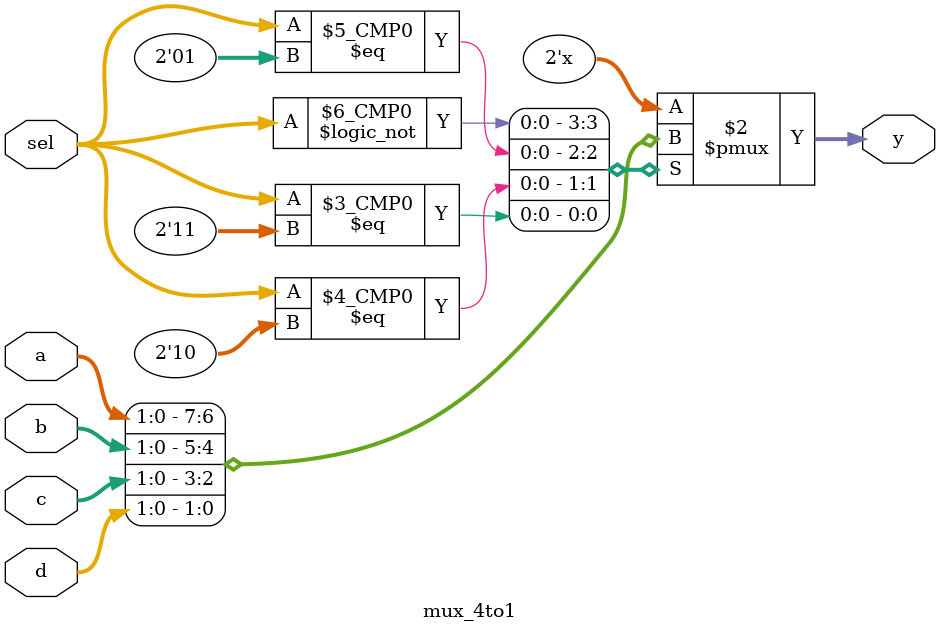
<source format=v>
`timescale 1ns / 1ps


module mux_4to1(a,b,c,d,sel,y);
input [1:0] a,b,c,d,sel;
output reg [1:0] y;
always @(*)
begin
case(sel)
2'b00:y=a;
2'b01:y=b;
2'b10:y=c;
2'b11:y=d;
endcase

end

endmodule

</source>
